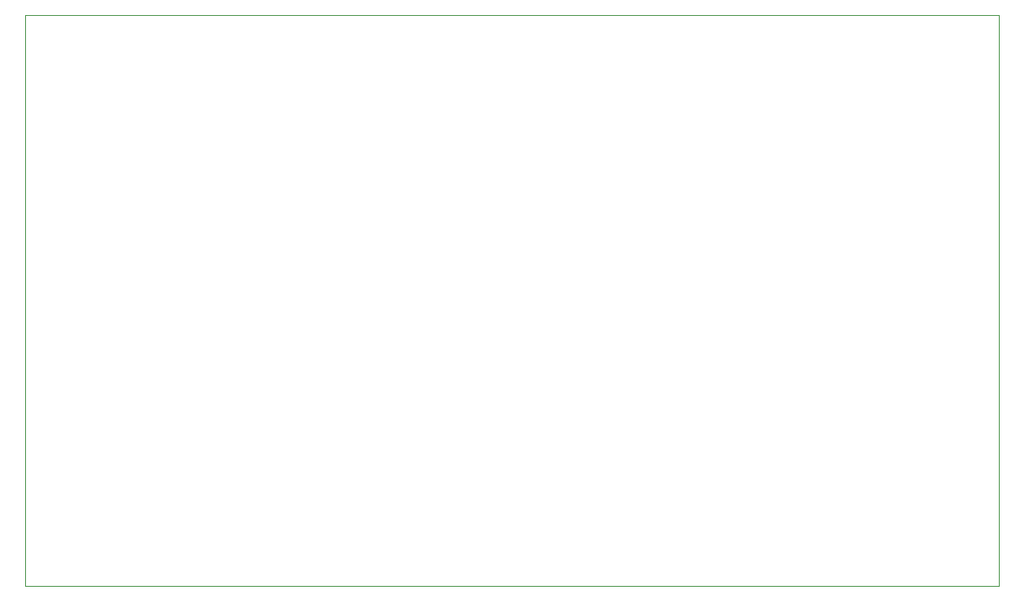
<source format=gbr>
G04 (created by PCBNEW (2013-may-18)-stable) date 2014年03月20日 星期四 16时05分54秒*
%MOIN*%
G04 Gerber Fmt 3.4, Leading zero omitted, Abs format*
%FSLAX34Y34*%
G01*
G70*
G90*
G04 APERTURE LIST*
%ADD10C,0.00590551*%
%ADD11C,0.00393701*%
G04 APERTURE END LIST*
G54D10*
G54D11*
X105125Y-74875D02*
X66375Y-74875D01*
X105125Y-52125D02*
X105125Y-74875D01*
X66375Y-52125D02*
X105125Y-52125D01*
X66375Y-74875D02*
X66375Y-52125D01*
M02*

</source>
